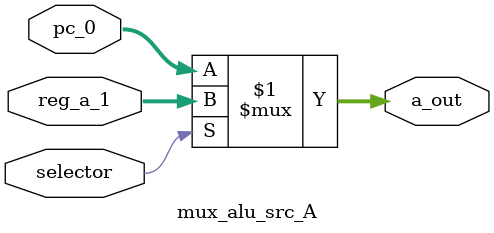
<source format=v>
module mux_alu_src_A(
    input wire selector,
    input wire[31:0] pc_0,
    input wire[31:0] reg_a_1, 
    output wire[31:0] a_out
);

    assign a_out = (selector) ? reg_a_1 : pc_0;

endmodule

</source>
